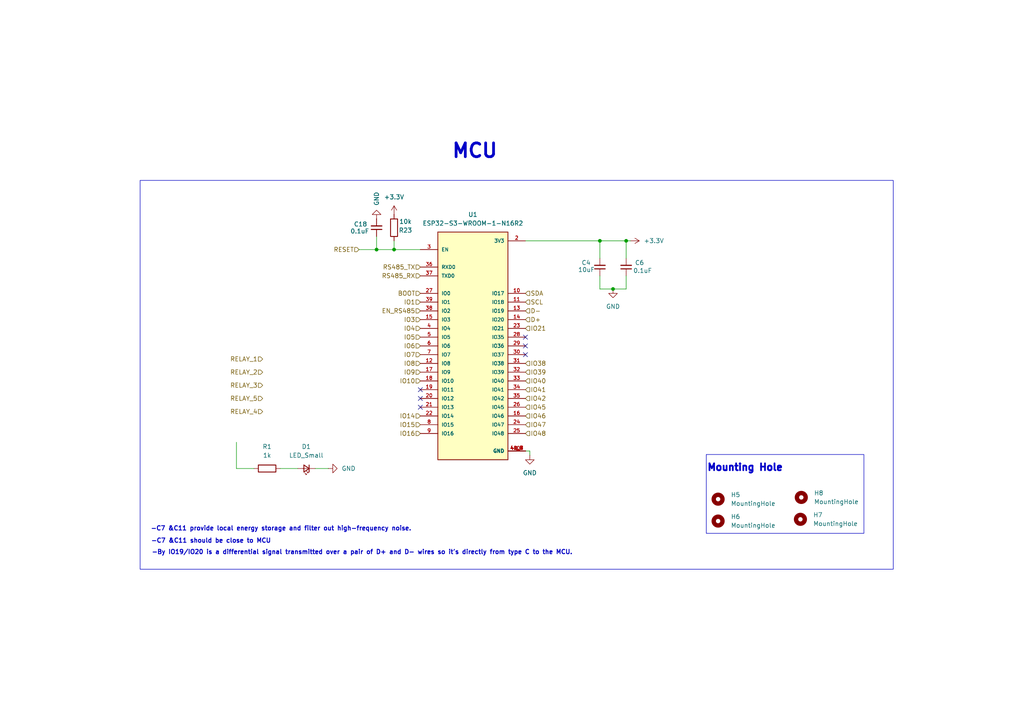
<source format=kicad_sch>
(kicad_sch (version 20231120) (generator "eeschema") (generator_version "8.0")
  (paper "A4")
  (lib_symbols
    (symbol "Device:C_Small" (pin_numbers hide) (pin_names (offset 0.254) hide)
      (property "Reference" "C" (at 0.254 1.778 0))
      (property "Value" "C_Small" (at 0.254 -2.032 0))
      (symbol "C_Small_0_1"
        (polyline (pts (xy -1.524 -0.508) (xy 1.524 -0.508)) (stroke (width 0.3302)))
        (polyline (pts (xy -1.524 0.508) (xy 1.524 0.508)) (stroke (width 0.3048)))
      )
      (symbol "C_Small_1_1"
        (pin passive line (at 0 2.54 270) (length 2.032) (name "~") (number "1"))
        (pin passive line (at 0 -2.54 90) (length 2.032) (name "~") (number "2"))
      )
    )
    (symbol "Device:LED_Small" (pin_numbers hide) (pin_names (offset 0.254) hide)
      (property "Reference" "D" (at -1.27 3.175 0))
      (property "Value" "LED_Small" (at -4.445 -2.54 0))
      (symbol "LED_Small_0_1"
        (polyline (pts (xy -0.762 -1.016) (xy -0.762 1.016)) (stroke (width 0.254)))
        (polyline (pts (xy 1.016 0) (xy -0.762 0)))
        (polyline (pts (xy 0.762 -1.016) (xy -0.762 0) (xy 0.762 1.016) (xy 0.762 -1.016)) (stroke (width 0.254)))
        (polyline (pts (xy 0 0.762) (xy -0.508 1.27) (xy -0.254 1.27) (xy -0.508 1.27) (xy -0.508 1.016)))
        (polyline (pts (xy 0.508 1.27) (xy 0 1.778) (xy 0.254 1.778) (xy 0 1.778) (xy 0 1.524)))
      )
      (symbol "LED_Small_1_1"
        (pin passive line (at -2.54 0 0) (length 1.778) (name "K") (number "1"))
        (pin passive line (at 2.54 0 180) (length 1.778) (name "A") (number "2"))
      )
    )
    (symbol "Device:R" (pin_numbers hide) (pin_names (offset 0))
      (property "Reference" "R" (at 2.032 0 90))
      (property "Value" "R" (at 0 0 90))
      (symbol "R_0_1"
        (rectangle (start -1.016 -2.54) (end 1.016 2.54) (stroke (width 0.254)))
      )
      (symbol "R_1_1"
        (pin passive line (at 0 3.81 270) (length 1.27) (name "~") (number "1"))
        (pin passive line (at 0 -3.81 90) (length 1.27) (name "~") (number "2"))
      )
    )
    (symbol "ESP32-S3-WROOM-1-N16R2_1" (pin_names (offset 1.016))
      (property "Reference" "U" (at -10.16 34.1122 0))
      (property "Value" "ESP32-S3-WROOM-1-N16R2" (at -10.16 -35.56 0))
      (symbol "ESP32-S3-WROOM-1-N16R2_1_0_0"
        (rectangle (start -10.16 -33.02) (end 10.16 33.02) (stroke (width 0.254)) (fill (type background)))
        (pin power_in line (at 15.24 -30.48 180) (length 5.08) (name "GND") (number "1"))
        (pin bidirectional line (at 15.24 15.24 180) (length 5.08) (name "IO17") (number "10"))
        (pin bidirectional line (at 15.24 12.7 180) (length 5.08) (name "IO18") (number "11"))
        (pin bidirectional line (at -15.24 -5.08 0) (length 5.08) (name "IO8") (number "12"))
        (pin bidirectional line (at 15.24 10.16 180) (length 5.08) (name "IO19") (number "13"))
        (pin bidirectional line (at 15.24 7.62 180) (length 5.08) (name "IO20") (number "14"))
        (pin bidirectional line (at -15.24 7.62 0) (length 5.08) (name "IO3") (number "15"))
        (pin bidirectional line (at 15.24 -20.32 180) (length 5.08) (name "IO46") (number "16"))
        (pin bidirectional line (at -15.24 -7.62 0) (length 5.08) (name "IO9") (number "17"))
        (pin bidirectional line (at -15.24 -10.16 0) (length 5.08) (name "IO10") (number "18"))
        (pin bidirectional line (at -15.24 -12.7 0) (length 5.08) (name "IO11") (number "19"))
        (pin power_in line (at 15.24 30.48 180) (length 5.08) (name "3V3") (number "2"))
        (pin bidirectional line (at -15.24 -15.24 0) (length 5.08) (name "IO12") (number "20"))
        (pin bidirectional line (at -15.24 -17.78 0) (length 5.08) (name "IO13") (number "21"))
        (pin bidirectional line (at -15.24 -20.32 0) (length 5.08) (name "IO14") (number "22"))
        (pin bidirectional line (at 15.24 5.08 180) (length 5.08) (name "IO21") (number "23"))
        (pin bidirectional line (at 15.24 -22.86 180) (length 5.08) (name "IO47") (number "24"))
        (pin bidirectional line (at 15.24 -25.4 180) (length 5.08) (name "IO48") (number "25"))
        (pin bidirectional line (at 15.24 -17.78 180) (length 5.08) (name "IO45") (number "26"))
        (pin bidirectional line (at -15.24 15.24 0) (length 5.08) (name "IO0") (number "27"))
        (pin bidirectional line (at 15.24 2.54 180) (length 5.08) (name "IO35") (number "28"))
        (pin bidirectional line (at 15.24 0 180) (length 5.08) (name "IO36") (number "29"))
        (pin input line (at -15.24 27.94 0) (length 5.08) (name "EN") (number "3"))
        (pin bidirectional line (at 15.24 -2.54 180) (length 5.08) (name "IO37") (number "30"))
        (pin bidirectional line (at 15.24 -5.08 180) (length 5.08) (name "IO38") (number "31"))
        (pin bidirectional line (at 15.24 -7.62 180) (length 5.08) (name "IO39") (number "32"))
        (pin bidirectional line (at 15.24 -10.16 180) (length 5.08) (name "IO40") (number "33"))
        (pin bidirectional line (at 15.24 -12.7 180) (length 5.08) (name "IO41") (number "34"))
        (pin bidirectional line (at 15.24 -15.24 180) (length 5.08) (name "IO42") (number "35"))
        (pin bidirectional line (at -15.24 22.86 0) (length 5.08) (name "RXD0") (number "36"))
        (pin bidirectional line (at -15.24 20.32 0) (length 5.08) (name "TXD0") (number "37"))
        (pin bidirectional line (at -15.24 10.16 0) (length 5.08) (name "IO2") (number "38"))
        (pin bidirectional line (at -15.24 12.7 0) (length 5.08) (name "IO1") (number "39"))
        (pin bidirectional line (at -15.24 5.08 0) (length 5.08) (name "IO4") (number "4"))
        (pin power_in line (at 15.24 -30.48 180) (length 5.08) (name "GND") (number "40"))
        (pin power_in line (at 15.24 -30.48 180) (length 5.08) (name "GND") (number "41_1"))
        (pin power_in line (at 15.24 -30.48 180) (length 5.08) (name "GND") (number "41_2"))
        (pin power_in line (at 15.24 -30.48 180) (length 5.08) (name "GND") (number "41_3"))
        (pin power_in line (at 15.24 -30.48 180) (length 5.08) (name "GND") (number "41_4"))
        (pin power_in line (at 15.24 -30.48 180) (length 5.08) (name "GND") (number "41_5"))
        (pin power_in line (at 15.24 -30.48 180) (length 5.08) (name "GND") (number "41_6"))
        (pin power_in line (at 15.24 -30.48 180) (length 5.08) (name "GND") (number "41_7"))
        (pin power_in line (at 15.24 -30.48 180) (length 5.08) (name "GND") (number "41_8"))
        (pin power_in line (at 15.24 -30.48 180) (length 5.08) (name "GND") (number "41_9"))
        (pin bidirectional line (at -15.24 2.54 0) (length 5.08) (name "IO5") (number "5"))
        (pin bidirectional line (at -15.24 0 0) (length 5.08) (name "IO6") (number "6"))
        (pin bidirectional line (at -15.24 -2.54 0) (length 5.08) (name "IO7") (number "7"))
        (pin bidirectional line (at -15.24 -22.86 0) (length 5.08) (name "IO15") (number "8"))
        (pin bidirectional line (at -15.24 -25.4 0) (length 5.08) (name "IO16") (number "9"))
      )
    )
    (symbol "GND_1" (power) (pin_numbers hide) (pin_names (offset 0) hide)
      (property "Value" "GND" (at 0 -3.81 0))
      (symbol "GND_1_0_1"
        (polyline (pts (xy 0 0) (xy 0 -1.27) (xy 1.27 -1.27) (xy 0 -2.54) (xy -1.27 -1.27) (xy 0 -1.27)))
      )
      (symbol "GND_1_1_1"
        (pin power_in line (at 0 0 270) (length 0) (name "~") (number "1"))
      )
    )
    (symbol "Mechanical:MountingHole" (pin_names (offset 1.016))
      (property "Reference" "H" (at 0 5.08 0))
      (property "Value" "MountingHole" (at 0 3.175 0))
      (symbol "MountingHole_0_1"
        (circle (center 0 0) (radius 1.27) (stroke (width 1.27)))
      )
    )
    (symbol "power:+3.3V" (power) (pin_numbers hide) (pin_names (offset 0) hide)
      (property "Value" "+3.3V" (at 0 3.556 0))
      (symbol "+3.3V_0_1"
        (polyline (pts (xy -0.762 1.27) (xy 0 2.54)))
        (polyline (pts (xy 0 0) (xy 0 2.54)))
        (polyline (pts (xy 0 2.54) (xy 0.762 1.27)))
      )
      (symbol "+3.3V_1_1"
        (pin power_in line (at 0 0 90) (length 0) (name "~") (number "1"))
      )
    )
    (symbol "power:GND" (power) (pin_numbers hide) (pin_names (offset 0) hide)
      (property "Value" "GND" (at 0 -3.81 0))
      (symbol "GND_0_1"
        (polyline (pts (xy 0 0) (xy 0 -1.27) (xy 1.27 -1.27) (xy 0 -2.54) (xy -1.27 -1.27) (xy 0 -1.27)))
      )
      (symbol "GND_1_1"
        (pin power_in line (at 0 0 270) (length 0) (name "~") (number "1"))
      )
    )
  )
  (junction (at 177.8 83.82))
  (junction (at 181.61 69.85))
  (junction (at 114.3 72.39))
  (junction (at 109.22 72.39))
  (junction (at 173.99 69.85))
  (no_connect (at 121.92 115.57))
  (no_connect (at 121.92 118.11))
  (no_connect (at 152.4 97.79))
  (no_connect (at 152.4 102.87))
  (no_connect (at 152.4 100.33))
  (no_connect (at 121.92 113.03))
  (wire (pts (xy 173.99 69.85) (xy 181.61 69.85)))
  (wire (pts (xy 91.44 135.89) (xy 95.25 135.89)))
  (wire (pts (xy 153.67 130.81) (xy 152.4 130.81)))
  (wire (pts (xy 114.3 72.39) (xy 121.92 72.39)))
  (wire (pts (xy 177.8 83.82) (xy 181.61 83.82)))
  (wire (pts (xy 173.99 83.82) (xy 177.8 83.82)))
  (wire (pts (xy 109.22 68.58) (xy 109.22 72.39)))
  (wire (pts (xy 109.22 72.39) (xy 114.3 72.39)))
  (wire (pts (xy 181.61 69.85) (xy 182.88 69.85)))
  (wire (pts (xy 68.58 135.89) (xy 73.66 135.89)))
  (wire (pts (xy 181.61 80.01) (xy 181.61 83.82)))
  (wire (pts (xy 114.3 69.85) (xy 114.3 72.39)))
  (wire (pts (xy 153.67 132.08) (xy 153.67 130.81)))
  (wire (pts (xy 173.99 80.01) (xy 173.99 83.82)))
  (wire (pts (xy 181.61 69.85) (xy 181.61 74.93)))
  (wire (pts (xy 152.4 69.85) (xy 173.99 69.85)))
  (wire (pts (xy 81.28 135.89) (xy 86.36 135.89)))
  (wire (pts (xy 173.99 69.85) (xy 173.99 74.93)))
  (wire (pts (xy 68.58 128.27) (xy 68.58 135.89)))
  (wire (pts (xy 104.14 72.39) (xy 109.22 72.39)))
  (rectangle (start 204.851 131.826) (end 250.571 154.686))
  (rectangle (start 231.4448 149.1742) (end 231.4448 149.1742))
  (rectangle (start 40.64 52.324) (end 259.08 165.1))
  (text "-C7 &C11 should be close to MCU" (at 61.214 156.972 0) (effects (font (size 1.27 1.27) (thickness 0.254) (bold yes))))
  (text "-C7 &C11 provide local energy storage and filter out high-frequency noise." (at 81.534 153.416 0) (effects (font (size 1.27 1.27) (thickness 0.254) (bold yes))))
  (text "Mounting Hole" (at 204.978 136.906 0) (effects (font (size 2 2) (thickness 0.8) (bold yes)) (justify left bottom)))
  (text "MCU\n" (at 130.81 46.228 0) (effects (font (size 4 4) (bold yes)) (justify left bottom)))
  (text "-By IO19/IO20 is a differential signal transmitted over a pair of D+ and D- wires so it's directly from type C to the MCU.\n" (at 43.942 160.274 0) (effects (font (size 1.27 1.27) (thickness 0.254) (bold yes)) (justify left)))
  (hierarchical_label "RS485_RX" (shape input) (at 121.92 80.01 180))
  (hierarchical_label "IO10" (shape input) (at 121.92 110.49 180))
  (hierarchical_label "RELAY_2" (shape input) (at 76.2 107.95 180))
  (hierarchical_label "SCL" (shape input) (at 152.4 87.63 0))
  (hierarchical_label "IO48" (shape input) (at 152.4 125.73 0))
  (hierarchical_label "IO47" (shape input) (at 152.4 123.19 0))
  (hierarchical_label "IO16" (shape input) (at 121.92 125.73 180))
  (hierarchical_label "SDA" (shape input) (at 152.4 85.09 0))
  (hierarchical_label "RELAY_4" (shape input) (at 76.2 119.38 180))
  (hierarchical_label "EN_RS485" (shape input) (at 121.92 90.17 180))
  (hierarchical_label "IO8" (shape input) (at 121.92 105.41 180))
  (hierarchical_label "IO21" (shape input) (at 152.4 95.25 0))
  (hierarchical_label "IO40" (shape input) (at 152.4 110.49 0))
  (hierarchical_label "IO1" (shape input) (at 121.92 87.63 180))
  (hierarchical_label "RELAY_1" (shape input) (at 76.2 104.14 180))
  (hierarchical_label "IO9" (shape input) (at 121.92 107.95 180))
  (hierarchical_label "RESET" (shape input) (at 104.14 72.39 180))
  (hierarchical_label "IO38" (shape input) (at 152.4 105.41 0))
  (hierarchical_label "IO39" (shape input) (at 152.4 107.95 0))
  (hierarchical_label "RELAY_5" (shape input) (at 76.2 115.57 180))
  (hierarchical_label "IO15" (shape input) (at 121.92 123.19 180))
  (hierarchical_label "D-" (shape input) (at 152.4 90.17 0))
  (hierarchical_label "IO7" (shape input) (at 121.92 102.87 180))
  (hierarchical_label "RS485_TX" (shape input) (at 121.92 77.47 180))
  (hierarchical_label "IO42" (shape input) (at 152.4 115.57 0))
  (hierarchical_label "IO6" (shape input) (at 121.92 100.33 180))
  (hierarchical_label "IO4" (shape input) (at 121.92 95.25 180))
  (hierarchical_label "IO14" (shape input) (at 121.92 120.65 180))
  (hierarchical_label "IO45" (shape input) (at 152.4 118.11 0))
  (hierarchical_label "IO46" (shape input) (at 152.4 120.65 0))
  (hierarchical_label "RELAY_3" (shape input) (at 76.2 111.76 180))
  (hierarchical_label "IO41" (shape input) (at 152.4 113.03 0))
  (hierarchical_label "D+" (shape input) (at 152.4 92.71 0))
  (hierarchical_label "IO3" (shape input) (at 121.92 92.71 180))
  (hierarchical_label "IO5" (shape input) (at 121.92 97.79 180))
  (hierarchical_label "BOOT" (shape input) (at 121.92 85.09 180))
  (symbol (lib_id "Device:R") (at 77.47 135.89 90) (unit 1)
    (property "Reference" "R1" (at 77.47 129.54 90))
    (property "Value" "1k" (at 77.47 132.08 90))
    (property "Footprint" "Resistor_SMD:R_0603_1608Metric" (effects (hide yes)))
    (property "Description" "Resistor" (effects (hide yes)))
  )
  (symbol (lib_id "power:GND") (at 177.8 83.82 0) (unit 1)
    (property "Reference" "#PWR073" (effects (hide yes)))
    (property "Value" "GND" (at 177.8 88.9 0))
    (property "Description" "Power symbol creates a global label with name \"GND\" , ground" (effects (hide yes)))
  )
  (symbol (lib_id "Device:LED_Small") (at 88.9 135.89 180) (unit 1)
    (property "Reference" "D1" (at 88.8365 129.54 0))
    (property "Value" "LED_Small" (at 88.8365 132.08 0))
    (property "Footprint" "LED_SMD:LED_0805_2012Metric" (effects (hide yes)))
    (property "Description" "Light emitting diode, small symbol" (effects (hide yes)))
  )
  (symbol (lib_name "GND_1") (lib_id "power:GND") (at 109.22 63.5 180) (unit 1)
    (property "Reference" "#PWR046" (effects (hide yes)))
    (property "Value" "GND" (at 109.2199 59.69 90) (effects (justify right)))
    (property "Description" "Power symbol creates a global label with name \"GND\" , ground" (effects (hide yes)))
  )
  (symbol (lib_id "Mechanical:MountingHole") (at 208.28 151.13 0) (unit 1)
    (property "Reference" "H6" (at 211.963 149.8599 0) (effects (justify left)))
    (property "Value" "MountingHole" (at 211.963 152.3999 0) (effects (justify left)))
    (property "Footprint" "MountingHole:MountingHole_3mm_Pad_Via" (effects (hide yes)))
  )
  (symbol (lib_id "Device:C_Small") (at 109.22 66.04 180) (unit 1)
    (property "Reference" "C18" (at 102.616 65.024 0) (effects (justify right)))
    (property "Value" "0.1uF" (at 101.6 67.056 0) (effects (justify right)))
    (property "Footprint" "Capacitor_SMD:C_0603_1608Metric" (effects (hide yes)))
  )
  (symbol (lib_id "Mechanical:MountingHole") (at 232.156 150.622 0) (unit 1)
    (property "Reference" "H7" (at 235.839 149.3519 0) (effects (justify left)))
    (property "Value" "MountingHole" (at 235.839 151.8919 0) (effects (justify left)))
    (property "Footprint" "MountingHole:MountingHole_3mm_Pad_Via" (effects (hide yes)))
  )
  (symbol (lib_name "ESP32-S3-WROOM-1-N16R2_1") (lib_id "ESP32-S3-WROOM-1-N16R2:ESP32-S3-WROOM-1-N16R2") (at 137.16 100.33 0) (unit 1)
    (property "Reference" "U1" (at 137.16 62.23 0))
    (property "Value" "ESP32-S3-WROOM-1-N16R2" (at 137.16 64.77 0))
    (property "Footprint" "MOD FILE:XCVR_ESP32-S3-WROOM-1-N16R2" (effects (hide yes)))
    (property "MF" "Espressif Systems" (effects (hide yes)))
    (property "MAXIMUM_PACKAGE_HEIGHT" "3.25mm" (effects (hide yes)))
    (property "Package" "NON STANDARD Espressif Systems" (effects (hide yes)))
    (property "Price" "None" (effects (hide yes)))
    (property "Check_prices" "https://www.snapeda.com/parts/ESP32S3WROOM1N16R2/Espressif+Systems/view-part/?ref=eda" (effects (hide yes)))
    (property "STANDARD" "Manufacturer Recommendations" (effects (hide yes)))
    (property "PARTREV" "v1.0" (effects (hide yes)))
    (property "SnapEDA_Link" "https://www.snapeda.com/parts/ESP32S3WROOM1N16R2/Espressif+Systems/view-part/?ref=snap" (effects (hide yes)))
    (property "MP" "ESP32S3WROOM1N16R2" (effects (hide yes)))
    (property "Description_1" "\nBluetooth, WiFi 802.11b/g/n, Bluetooth v5.0 Transceiver Module 2.4GHz PCB Trace Surface Mount\n" (effects (hide yes)))
    (property "Availability" "In Stock" (effects (hide yes)))
    (property "MANUFACTURER" "Espressif" (effects (hide yes)))
  )
  (symbol (lib_id "Mechanical:MountingHole") (at 232.41 144.272 0) (unit 1)
    (property "Reference" "H8" (at 236.093 143.0019 0) (effects (justify left)))
    (property "Value" "MountingHole" (at 236.093 145.5419 0) (effects (justify left)))
    (property "Footprint" "MountingHole:MountingHole_3mm_Pad_Via" (effects (hide yes)))
  )
  (symbol (lib_id "Mechanical:MountingHole") (at 208.28 144.78 0) (unit 1)
    (property "Reference" "H5" (at 211.963 143.5099 0) (effects (justify left)))
    (property "Value" "MountingHole" (at 211.963 146.0499 0) (effects (justify left)))
    (property "Footprint" "MountingHole:MountingHole_3mm_Pad_Via" (effects (hide yes)))
  )
  (symbol (lib_id "Device:C_Small") (at 181.61 77.47 180) (unit 1)
    (property "Reference" "C6" (at 184.15 76.2 0) (effects (justify right)))
    (property "Value" "0.1uF" (at 183.642 78.4924 0) (effects (justify right)))
    (property "Footprint" "Capacitor_SMD:C_0603_1608Metric" (effects (hide yes)))
  )
  (symbol (lib_id "power:+3.3V") (at 114.3 62.23 0) (unit 1)
    (property "Reference" "#PWR047" (effects (hide yes)))
    (property "Value" "+3.3V" (at 114.3 57.15 0))
    (property "Description" "Power symbol creates a global label with name \"+3.3V\"" (effects (hide yes)))
  )
  (symbol (lib_id "power:+3.3V") (at 182.88 69.85 270) (unit 1)
    (property "Reference" "#PWR074" (effects (hide yes)))
    (property "Value" "+3.3V" (at 186.69 69.8499 90) (effects (justify left)))
    (property "Description" "Power symbol creates a global label with name \"+3.3V\"" (effects (hide yes)))
  )
  (symbol (lib_name "GND_1") (lib_id "power:GND") (at 95.25 135.89 90) (unit 1)
    (property "Reference" "#PWR01" (effects (hide yes)))
    (property "Value" "GND" (at 99.06 135.8899 90) (effects (justify right)))
    (property "Description" "Power symbol creates a global label with name \"GND\" , ground" (effects (hide yes)))
  )
  (symbol (lib_id "Device:R") (at 114.3 66.04 180) (unit 1)
    (property "Reference" "R23" (at 117.602 66.802 0))
    (property "Value" "10k" (at 117.602 64.262 0))
    (property "Footprint" "Resistor_SMD:R_0603_1608Metric" (effects (hide yes)))
    (property "Description" "Resistor" (effects (hide yes)))
  )
  (symbol (lib_id "power:GND") (at 153.67 132.08 0) (unit 1)
    (property "Reference" "#PWR072" (effects (hide yes)))
    (property "Value" "GND" (at 153.67 137.16 0))
    (property "Description" "Power symbol creates a global label with name \"GND\" , ground" (effects (hide yes)))
  )
  (symbol (lib_id "Device:C_Small") (at 173.99 77.47 180) (unit 1)
    (property "Reference" "C4" (at 168.656 76.2 0) (effects (justify right)))
    (property "Value" "10uF" (at 167.64 78.232 0) (effects (justify right)))
    (property "Footprint" "Capacitor_SMD:C_0603_1608Metric" (effects (hide yes)))
  )
)
</source>
